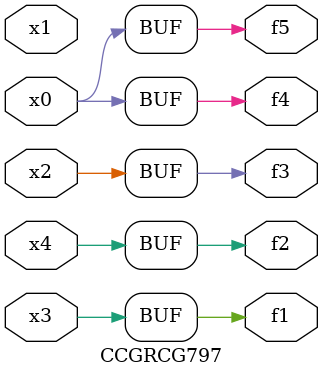
<source format=v>
module CCGRCG797(
	input x0, x1, x2, x3, x4,
	output f1, f2, f3, f4, f5
);
	assign f1 = x3;
	assign f2 = x4;
	assign f3 = x2;
	assign f4 = x0;
	assign f5 = x0;
endmodule

</source>
